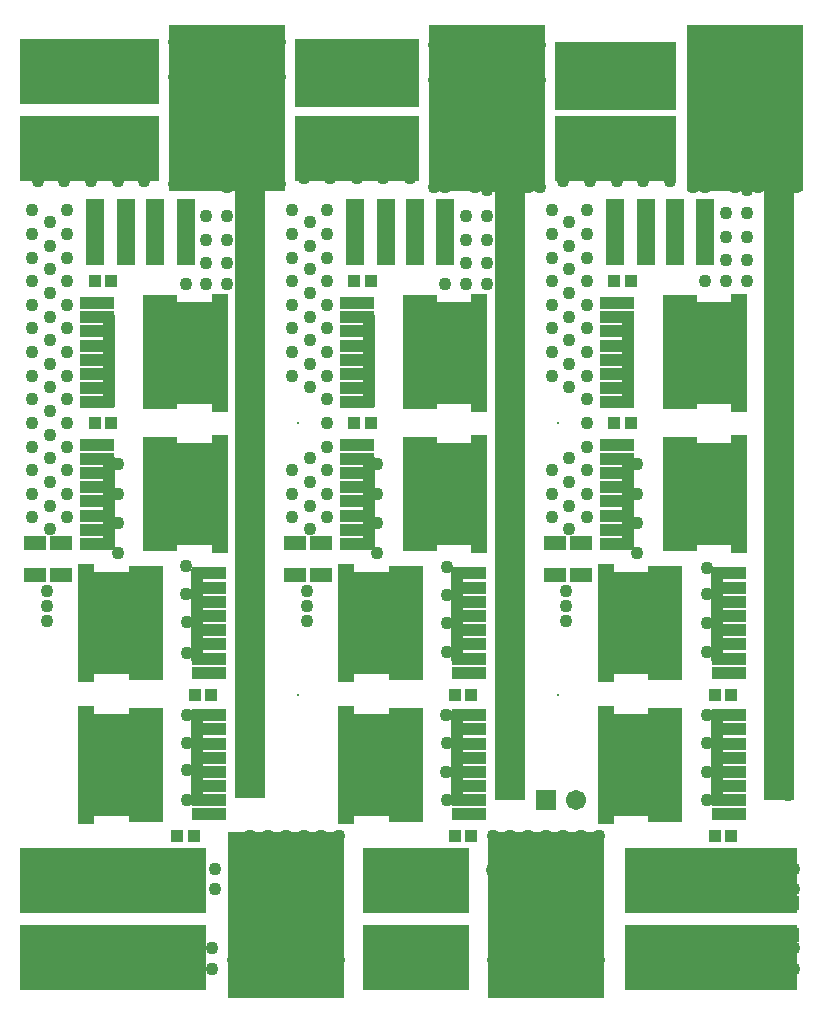
<source format=gts>
G04*
G04 #@! TF.GenerationSoftware,Altium Limited,Altium Designer,18.0.12 (696)*
G04*
G04 Layer_Color=8388736*
%FSLAX25Y25*%
%MOIN*%
G70*
G01*
G75*
%ADD10R,0.05906X0.22441*%
%ADD11R,0.06299X0.22441*%
%ADD12R,0.09843X2.02756*%
%ADD13R,0.09843X2.03740*%
%ADD14R,0.12205X0.34252*%
%ADD15R,0.11516X0.38287*%
%ADD16R,0.05610X0.39764*%
%ADD17R,0.03937X0.31102*%
%ADD18R,0.03937X0.31102*%
%ADD19R,0.03937X0.31102*%
%ADD20R,0.03937X0.31102*%
%ADD21R,0.07493X0.05131*%
%ADD22R,0.11800X0.03900*%
%ADD23R,0.03950X0.04343*%
%ADD24R,0.06706X0.06706*%
%ADD25C,0.06706*%
%ADD26R,0.38800X0.55800*%
%ADD27C,0.00800*%
%ADD28C,0.04300*%
G36*
X634842Y127953D02*
X577756D01*
Y149606D01*
X634842D01*
Y127953D01*
D02*
G37*
G36*
X525591D02*
X490158D01*
Y149606D01*
X525591D01*
Y127953D01*
D02*
G37*
G36*
X437992D02*
X375984D01*
Y149606D01*
X437992D01*
Y127953D01*
D02*
G37*
G36*
X634842Y102362D02*
X577756D01*
Y124016D01*
X634842D01*
Y102362D01*
D02*
G37*
G36*
X525591D02*
X490158D01*
Y124016D01*
X525591D01*
Y102362D01*
D02*
G37*
G36*
X437992D02*
X375984D01*
Y124016D01*
X437992D01*
Y102362D01*
D02*
G37*
G36*
X422244Y397638D02*
X375984D01*
X375984Y419291D01*
X422244D01*
X422244Y397638D01*
D02*
G37*
G36*
X508858Y396654D02*
X467520Y396654D01*
X467520Y419291D01*
X508858Y419291D01*
X508858Y396654D01*
D02*
G37*
G36*
X594488Y395669D02*
X554134Y395669D01*
X554134Y418307D01*
X594488Y418307D01*
X594488Y395669D01*
D02*
G37*
G36*
Y372047D02*
X554134D01*
Y393701D01*
X594488D01*
Y372047D01*
D02*
G37*
G36*
X508858D02*
X467520D01*
Y393701D01*
X508858D01*
Y372047D01*
D02*
G37*
G36*
X422244D02*
X375984D01*
Y393701D01*
X422244D01*
Y372047D01*
D02*
G37*
D10*
X584449Y354921D02*
D03*
X594291D02*
D03*
X574213D02*
D03*
X497835D02*
D03*
X507677D02*
D03*
X487598D02*
D03*
X400984D02*
D03*
X421063D02*
D03*
X411221D02*
D03*
D11*
X604331D02*
D03*
X517717D02*
D03*
X431102D02*
D03*
D12*
X452756Y267717D02*
D03*
D13*
X539370Y267224D02*
D03*
X628937D02*
D03*
D14*
X579626Y177362D02*
D03*
X607381Y314764D02*
D03*
X579626Y224606D02*
D03*
X607382Y267520D02*
D03*
X493012Y177362D02*
D03*
X520768Y314764D02*
D03*
X493012Y224606D02*
D03*
X520768Y267520D02*
D03*
X406398Y177362D02*
D03*
X434153Y314764D02*
D03*
X406398Y224607D02*
D03*
X434154Y267520D02*
D03*
D15*
X591092Y177313D02*
D03*
X595915Y314813D02*
D03*
X591092Y224557D02*
D03*
X595915Y267569D02*
D03*
X504478Y177313D02*
D03*
X509301Y314813D02*
D03*
X504478Y224557D02*
D03*
X509301Y267569D02*
D03*
X417864Y177313D02*
D03*
X422687Y314813D02*
D03*
X417864Y224557D02*
D03*
X422687Y267569D02*
D03*
D16*
X571309Y177362D02*
D03*
X615699Y314764D02*
D03*
X571310Y224606D02*
D03*
X615699Y267519D02*
D03*
X484695Y177362D02*
D03*
X529085Y314764D02*
D03*
X484695Y224606D02*
D03*
X529085Y267520D02*
D03*
X398080Y177362D02*
D03*
X442471Y314765D02*
D03*
X398081Y224606D02*
D03*
X442471Y267520D02*
D03*
D17*
X608268Y180118D02*
D03*
X492126Y312008D02*
D03*
X405512Y264764D02*
D03*
D18*
X578740Y312008D02*
D03*
X521654Y180118D02*
D03*
X435039Y227362D02*
D03*
D19*
X608268D02*
D03*
X492126Y264764D02*
D03*
X405512Y312008D02*
D03*
D20*
X578740Y264764D02*
D03*
X521654Y227362D02*
D03*
X435039Y180118D02*
D03*
D21*
X415354Y400984D02*
D03*
Y390354D02*
D03*
X472441Y400984D02*
D03*
Y390354D02*
D03*
X561024Y400984D02*
D03*
Y390354D02*
D03*
X482283Y400984D02*
D03*
Y390354D02*
D03*
X503937Y400984D02*
D03*
Y390354D02*
D03*
X584646Y131299D02*
D03*
Y120669D02*
D03*
X429134Y131299D02*
D03*
Y120669D02*
D03*
X417323Y131299D02*
D03*
Y120669D02*
D03*
X496063Y131299D02*
D03*
Y120669D02*
D03*
X519685Y131299D02*
D03*
Y120669D02*
D03*
X596457Y131299D02*
D03*
Y120669D02*
D03*
X590551Y400984D02*
D03*
Y390354D02*
D03*
X580709Y400984D02*
D03*
Y390354D02*
D03*
X570866Y400984D02*
D03*
Y390354D02*
D03*
X494095Y400984D02*
D03*
Y390354D02*
D03*
X405512Y400984D02*
D03*
Y390354D02*
D03*
X393701Y400984D02*
D03*
Y390354D02*
D03*
X383858Y400984D02*
D03*
Y390354D02*
D03*
X631890Y131299D02*
D03*
Y120669D02*
D03*
X620079Y131299D02*
D03*
Y120669D02*
D03*
X608268Y131299D02*
D03*
Y120669D02*
D03*
X507874Y131299D02*
D03*
Y120669D02*
D03*
X405512Y131299D02*
D03*
Y120669D02*
D03*
X393701Y131299D02*
D03*
Y120669D02*
D03*
X381890Y131299D02*
D03*
Y120669D02*
D03*
X554134Y240748D02*
D03*
Y251378D02*
D03*
X562992Y240748D02*
D03*
Y251378D02*
D03*
X467520Y240748D02*
D03*
Y251378D02*
D03*
X476378Y240748D02*
D03*
Y251378D02*
D03*
X380906Y240748D02*
D03*
Y251378D02*
D03*
X389764Y240748D02*
D03*
Y251378D02*
D03*
D22*
X494095Y224409D02*
D03*
X525591Y241142D02*
D03*
Y236417D02*
D03*
Y231693D02*
D03*
Y226969D02*
D03*
Y222244D02*
D03*
Y217520D02*
D03*
Y212795D02*
D03*
Y208071D02*
D03*
X519685Y267717D02*
D03*
X488189Y250984D02*
D03*
Y255709D02*
D03*
Y260433D02*
D03*
Y265158D02*
D03*
Y269882D02*
D03*
Y274606D02*
D03*
Y279331D02*
D03*
Y284055D02*
D03*
X494095Y177165D02*
D03*
X525591Y193898D02*
D03*
Y189173D02*
D03*
Y184449D02*
D03*
Y179724D02*
D03*
Y175000D02*
D03*
Y170276D02*
D03*
Y165551D02*
D03*
Y160827D02*
D03*
X519685Y314961D02*
D03*
X488189Y298228D02*
D03*
Y302953D02*
D03*
Y307677D02*
D03*
Y312402D02*
D03*
Y317126D02*
D03*
Y321850D02*
D03*
Y326575D02*
D03*
Y331299D02*
D03*
X580709Y224410D02*
D03*
X612205Y241142D02*
D03*
Y236417D02*
D03*
Y231693D02*
D03*
Y226969D02*
D03*
Y222244D02*
D03*
Y217520D02*
D03*
Y212795D02*
D03*
Y208071D02*
D03*
X606299Y267717D02*
D03*
X574803Y250984D02*
D03*
Y255709D02*
D03*
Y260433D02*
D03*
Y265158D02*
D03*
Y269882D02*
D03*
Y274606D02*
D03*
Y279331D02*
D03*
Y284055D02*
D03*
X580709Y177165D02*
D03*
X612205Y193898D02*
D03*
Y189173D02*
D03*
Y184449D02*
D03*
Y179724D02*
D03*
Y175000D02*
D03*
Y170276D02*
D03*
Y165551D02*
D03*
Y160827D02*
D03*
X606299Y314961D02*
D03*
X574803Y298228D02*
D03*
Y302953D02*
D03*
Y307677D02*
D03*
Y312402D02*
D03*
Y317126D02*
D03*
Y321850D02*
D03*
Y326575D02*
D03*
Y331299D02*
D03*
X407480Y224410D02*
D03*
X438976Y241142D02*
D03*
Y236417D02*
D03*
Y231693D02*
D03*
Y226969D02*
D03*
Y222244D02*
D03*
Y217520D02*
D03*
Y212795D02*
D03*
Y208071D02*
D03*
X433071Y267717D02*
D03*
X401575Y250984D02*
D03*
Y255709D02*
D03*
Y260433D02*
D03*
Y265158D02*
D03*
Y269882D02*
D03*
Y274606D02*
D03*
Y279331D02*
D03*
Y284055D02*
D03*
X407480Y177165D02*
D03*
X438976Y193898D02*
D03*
Y189173D02*
D03*
Y184449D02*
D03*
Y179724D02*
D03*
Y175000D02*
D03*
Y170276D02*
D03*
Y165551D02*
D03*
Y160827D02*
D03*
X433071Y314961D02*
D03*
X401575Y298228D02*
D03*
Y302953D02*
D03*
Y307677D02*
D03*
Y312402D02*
D03*
Y317126D02*
D03*
Y321850D02*
D03*
Y326575D02*
D03*
Y331299D02*
D03*
D23*
X526378Y200787D02*
D03*
X520866D02*
D03*
X487402Y291339D02*
D03*
X492913D02*
D03*
X526378Y153543D02*
D03*
X520866D02*
D03*
X487402Y338583D02*
D03*
X492913D02*
D03*
X612992Y200787D02*
D03*
X607480D02*
D03*
X574016Y291339D02*
D03*
X579528D02*
D03*
X612992Y153543D02*
D03*
X607480D02*
D03*
X574016Y338583D02*
D03*
X579528D02*
D03*
X439764Y200787D02*
D03*
X434252D02*
D03*
X400787Y291339D02*
D03*
X406299D02*
D03*
X433858Y153543D02*
D03*
X428346D02*
D03*
X400787Y338583D02*
D03*
X406299D02*
D03*
D24*
X551181Y165748D02*
D03*
D25*
X561181D02*
D03*
X488189Y405512D02*
D03*
Y385827D02*
D03*
X399606Y405512D02*
D03*
Y385827D02*
D03*
X614173Y135827D02*
D03*
Y116142D02*
D03*
X507874Y135827D02*
D03*
Y116142D02*
D03*
X574803Y405512D02*
D03*
Y385827D02*
D03*
X399606Y135827D02*
D03*
Y116142D02*
D03*
D26*
X464567Y127327D02*
D03*
X551181D02*
D03*
X531496Y396295D02*
D03*
X617717D02*
D03*
X444882D02*
D03*
D27*
X555118Y200787D02*
D03*
Y291339D02*
D03*
X468504D02*
D03*
Y200787D02*
D03*
D28*
X634646Y370079D02*
D03*
Y417323D02*
D03*
Y405905D02*
D03*
X603346Y403543D02*
D03*
X609252D02*
D03*
X632874D02*
D03*
X626968D02*
D03*
X453740Y404528D02*
D03*
X430118D02*
D03*
X436024D02*
D03*
X459646D02*
D03*
X447835D02*
D03*
X441929D02*
D03*
X540354Y403543D02*
D03*
X522638D02*
D03*
X516732D02*
D03*
X546260Y395669D02*
D03*
Y403543D02*
D03*
X528543Y404528D02*
D03*
X534449Y403543D02*
D03*
X621063D02*
D03*
X615158Y404528D02*
D03*
X634842Y387795D02*
D03*
X631890D02*
D03*
X618110Y369094D02*
D03*
X531496D02*
D03*
X444882Y370079D02*
D03*
X458661Y371063D02*
D03*
X431102D02*
D03*
X440945D02*
D03*
X448819D02*
D03*
X517717Y370079D02*
D03*
X545276D02*
D03*
X527559D02*
D03*
X535433D02*
D03*
X604331D02*
D03*
X631890D02*
D03*
X614173D02*
D03*
X622047D02*
D03*
X602362Y393701D02*
D03*
X600394Y390748D02*
D03*
X602362Y379921D02*
D03*
X600394Y386811D02*
D03*
Y382874D02*
D03*
X604331Y390748D02*
D03*
Y382874D02*
D03*
Y386811D02*
D03*
X632874Y394685D02*
D03*
Y380906D02*
D03*
X634842Y391732D02*
D03*
X630905D02*
D03*
X634842Y383858D02*
D03*
X630905D02*
D03*
X516732Y380906D02*
D03*
Y394685D02*
D03*
X546260Y381890D02*
D03*
X548495Y384569D02*
D03*
X548228Y388779D02*
D03*
Y392717D02*
D03*
X544291D02*
D03*
Y384842D02*
D03*
Y388779D02*
D03*
X514764Y391732D02*
D03*
Y383858D02*
D03*
Y387795D02*
D03*
X518701Y383858D02*
D03*
Y391732D02*
D03*
Y387795D02*
D03*
X459646Y395669D02*
D03*
Y381890D02*
D03*
X430118Y395669D02*
D03*
Y381890D02*
D03*
X428150Y384842D02*
D03*
Y388779D02*
D03*
Y392717D02*
D03*
X432087D02*
D03*
Y384842D02*
D03*
Y388779D02*
D03*
X457677Y392717D02*
D03*
X461614D02*
D03*
X457677Y388779D02*
D03*
X461614D02*
D03*
Y384842D02*
D03*
X457677D02*
D03*
X533400Y142300D02*
D03*
X534800Y135400D02*
D03*
X536700Y143600D02*
D03*
X535400Y139400D02*
D03*
X567500Y136400D02*
D03*
X568600Y143300D02*
D03*
X565000Y144100D02*
D03*
X566700Y140200D02*
D03*
X543100Y146100D02*
D03*
X558700Y146400D02*
D03*
X561400Y144100D02*
D03*
X563100Y141000D02*
D03*
X564000Y137500D02*
D03*
X564100Y134200D02*
D03*
X563100Y130700D02*
D03*
X561200Y127500D02*
D03*
X559000Y125100D02*
D03*
X555900Y123400D02*
D03*
X552200Y122900D02*
D03*
X548500D02*
D03*
X545400Y124100D02*
D03*
X542800Y125700D02*
D03*
X540600Y127900D02*
D03*
X538900Y130900D02*
D03*
X540400Y143800D02*
D03*
X538800Y140500D02*
D03*
X538100Y137000D02*
D03*
X448900Y138000D02*
D03*
X449800Y142000D02*
D03*
X479100Y142800D02*
D03*
X480500Y138600D02*
D03*
X480100Y134300D02*
D03*
X475500Y143100D02*
D03*
X477000Y140000D02*
D03*
X477600Y136400D02*
D03*
X448300Y133900D02*
D03*
X453300Y142200D02*
D03*
X452000Y138900D02*
D03*
X455400Y126400D02*
D03*
X453100Y129400D02*
D03*
X464400Y122400D02*
D03*
X460900Y123100D02*
D03*
X458000Y124400D02*
D03*
X451500Y132300D02*
D03*
Y135700D02*
D03*
X476000Y129500D02*
D03*
X473600Y126500D02*
D03*
X470600Y124300D02*
D03*
X467600Y123000D02*
D03*
X477300Y132600D02*
D03*
X538000Y133800D02*
D03*
X558071Y225394D02*
D03*
Y230315D02*
D03*
Y235236D02*
D03*
X471457Y225394D02*
D03*
Y230315D02*
D03*
Y235236D02*
D03*
X384842Y225394D02*
D03*
Y230315D02*
D03*
Y235236D02*
D03*
X524606Y337598D02*
D03*
X531496D02*
D03*
Y344488D02*
D03*
X524606D02*
D03*
X531496Y352362D02*
D03*
Y360236D02*
D03*
X517717Y337598D02*
D03*
X524606Y352362D02*
D03*
Y360236D02*
D03*
X437992Y337598D02*
D03*
X444882D02*
D03*
Y344488D02*
D03*
X437992D02*
D03*
X444882Y352362D02*
D03*
Y360236D02*
D03*
X431102Y337598D02*
D03*
X437992Y352362D02*
D03*
Y360236D02*
D03*
X611221Y361221D02*
D03*
Y353346D02*
D03*
X604331Y338583D02*
D03*
X618110Y361221D02*
D03*
Y353346D02*
D03*
X611221Y345472D02*
D03*
X618110D02*
D03*
Y338583D02*
D03*
X611221D02*
D03*
X633858Y135827D02*
D03*
X625984D02*
D03*
X633858Y142717D02*
D03*
X625984D02*
D03*
X618110D02*
D03*
X603346Y135827D02*
D03*
X595472D02*
D03*
X587598D02*
D03*
X579724D02*
D03*
X603346Y142717D02*
D03*
X595472D02*
D03*
X587598D02*
D03*
X579724D02*
D03*
X611221D02*
D03*
X579724Y116142D02*
D03*
X587598D02*
D03*
X595472D02*
D03*
X603346D02*
D03*
X579724Y109252D02*
D03*
X587598D02*
D03*
X595472D02*
D03*
X603346D02*
D03*
X625984Y116142D02*
D03*
X633858D02*
D03*
X610236Y109252D02*
D03*
X618110D02*
D03*
X625984D02*
D03*
X633858D02*
D03*
X418307Y142717D02*
D03*
X378937D02*
D03*
X386811D02*
D03*
X394685D02*
D03*
X402559D02*
D03*
X410433D02*
D03*
X378937Y135827D02*
D03*
X386811D02*
D03*
X394685D02*
D03*
X410433D02*
D03*
X425197Y142717D02*
D03*
X433071D02*
D03*
X440945D02*
D03*
X492126D02*
D03*
X500000D02*
D03*
X507874D02*
D03*
X515748D02*
D03*
X417323Y135827D02*
D03*
X425197D02*
D03*
X433071D02*
D03*
X440945D02*
D03*
X492126D02*
D03*
X500000D02*
D03*
X515748D02*
D03*
X523622D02*
D03*
Y142717D02*
D03*
X523622Y116142D02*
D03*
Y109252D02*
D03*
X600394Y370079D02*
D03*
X612205Y405512D02*
D03*
X606299D02*
D03*
X600394D02*
D03*
X618110D02*
D03*
X624016D02*
D03*
Y417323D02*
D03*
X618110D02*
D03*
X612205D02*
D03*
X606299D02*
D03*
X600394D02*
D03*
X629921Y405512D02*
D03*
Y417323D02*
D03*
X549213Y370079D02*
D03*
X513779D02*
D03*
X525591Y405512D02*
D03*
X519685D02*
D03*
X513779D02*
D03*
X531496D02*
D03*
X537402D02*
D03*
Y417323D02*
D03*
X531496D02*
D03*
X525591D02*
D03*
X519685D02*
D03*
X513779D02*
D03*
X543307Y405512D02*
D03*
X549213D02*
D03*
X543307Y417323D02*
D03*
X549213D02*
D03*
X462598Y371063D02*
D03*
X427165D02*
D03*
X438976Y406496D02*
D03*
X433071D02*
D03*
X427165D02*
D03*
X444882D02*
D03*
X450787D02*
D03*
Y418307D02*
D03*
X444882D02*
D03*
X438976D02*
D03*
X433071D02*
D03*
X427165D02*
D03*
X456693Y406496D02*
D03*
X462598D02*
D03*
X456693Y418307D02*
D03*
X462598D02*
D03*
X399606Y378937D02*
D03*
X488189D02*
D03*
X557087Y385827D02*
D03*
X565945D02*
D03*
X592520D02*
D03*
X583661D02*
D03*
X505905D02*
D03*
X497047D02*
D03*
X470472D02*
D03*
X479331D02*
D03*
X381890D02*
D03*
X390748D02*
D03*
X417323D02*
D03*
X408465D02*
D03*
X592520Y372047D02*
D03*
X574803D02*
D03*
X557087D02*
D03*
X592520Y380906D02*
D03*
X574803Y377953D02*
D03*
X557087Y380906D02*
D03*
X583661D02*
D03*
X565945D02*
D03*
X583661Y372047D02*
D03*
X565945D02*
D03*
X505905Y373031D02*
D03*
X488189D02*
D03*
X470472D02*
D03*
X505905Y381890D02*
D03*
X470472D02*
D03*
X497047D02*
D03*
X479331D02*
D03*
X497047Y373031D02*
D03*
X479331D02*
D03*
X417323Y372047D02*
D03*
X399606D02*
D03*
X381890D02*
D03*
X417323Y380906D02*
D03*
X381890D02*
D03*
X408465D02*
D03*
X390748D02*
D03*
X408465Y372047D02*
D03*
X390748D02*
D03*
X592520Y405512D02*
D03*
X557087D02*
D03*
Y414370D02*
D03*
X574803D02*
D03*
X592520D02*
D03*
X583661Y405512D02*
D03*
X565945D02*
D03*
X583661Y414370D02*
D03*
X565945D02*
D03*
X505905Y405512D02*
D03*
X470472D02*
D03*
Y414370D02*
D03*
X488189D02*
D03*
X505905D02*
D03*
X497047Y405512D02*
D03*
X479331D02*
D03*
X497047Y414370D02*
D03*
X479331D02*
D03*
X390748D02*
D03*
X408465D02*
D03*
X390748Y405512D02*
D03*
X408465D02*
D03*
X417323Y414370D02*
D03*
X399606D02*
D03*
X381890D02*
D03*
X515748Y109252D02*
D03*
X507874D02*
D03*
X500000D02*
D03*
X492126D02*
D03*
X439961D02*
D03*
X432087D02*
D03*
X424213D02*
D03*
X416339D02*
D03*
X515748Y116142D02*
D03*
X500000D02*
D03*
X492126D02*
D03*
X439961D02*
D03*
X432087D02*
D03*
X424213D02*
D03*
X409449Y109252D02*
D03*
X401575D02*
D03*
X393701D02*
D03*
X385827D02*
D03*
X377953D02*
D03*
X409449Y116142D02*
D03*
X393701D02*
D03*
X385827D02*
D03*
X377953D02*
D03*
X417323D02*
D03*
X381890Y405512D02*
D03*
X417323D02*
D03*
X631890Y268701D02*
D03*
Y363189D02*
D03*
Y355315D02*
D03*
Y347441D02*
D03*
Y339567D02*
D03*
Y331693D02*
D03*
Y323819D02*
D03*
Y315945D02*
D03*
Y308071D02*
D03*
Y300197D02*
D03*
Y292323D02*
D03*
Y284449D02*
D03*
Y276575D02*
D03*
X625984Y359252D02*
D03*
Y351378D02*
D03*
Y343504D02*
D03*
Y335630D02*
D03*
Y327756D02*
D03*
Y319882D02*
D03*
Y312008D02*
D03*
Y304134D02*
D03*
Y296260D02*
D03*
Y288386D02*
D03*
Y280512D02*
D03*
Y272638D02*
D03*
X631890Y261811D02*
D03*
Y253937D02*
D03*
Y246063D02*
D03*
Y238189D02*
D03*
Y230315D02*
D03*
Y222441D02*
D03*
Y214567D02*
D03*
Y206693D02*
D03*
Y198819D02*
D03*
Y190945D02*
D03*
Y183071D02*
D03*
Y175197D02*
D03*
Y167323D02*
D03*
X625984Y265748D02*
D03*
Y257874D02*
D03*
Y250000D02*
D03*
Y242126D02*
D03*
Y234252D02*
D03*
Y226378D02*
D03*
Y218504D02*
D03*
Y210630D02*
D03*
Y202756D02*
D03*
Y194882D02*
D03*
Y187008D02*
D03*
Y179134D02*
D03*
Y171260D02*
D03*
X542323Y269685D02*
D03*
Y364173D02*
D03*
Y356299D02*
D03*
Y348425D02*
D03*
Y340551D02*
D03*
Y332677D02*
D03*
Y324803D02*
D03*
Y316929D02*
D03*
Y309055D02*
D03*
Y301181D02*
D03*
Y277559D02*
D03*
X536417Y360236D02*
D03*
Y352362D02*
D03*
Y344488D02*
D03*
Y336614D02*
D03*
Y328740D02*
D03*
Y320866D02*
D03*
Y312992D02*
D03*
Y305118D02*
D03*
Y281496D02*
D03*
Y273622D02*
D03*
X542323Y262795D02*
D03*
Y254921D02*
D03*
Y239173D02*
D03*
Y231299D02*
D03*
Y223425D02*
D03*
Y215551D02*
D03*
Y207677D02*
D03*
Y199803D02*
D03*
Y191929D02*
D03*
Y184055D02*
D03*
Y176181D02*
D03*
Y168307D02*
D03*
X536417Y266732D02*
D03*
Y258858D02*
D03*
Y243110D02*
D03*
Y235236D02*
D03*
Y227362D02*
D03*
Y219488D02*
D03*
Y211614D02*
D03*
Y203740D02*
D03*
Y195866D02*
D03*
Y187992D02*
D03*
Y180118D02*
D03*
Y172244D02*
D03*
X449803D02*
D03*
Y180118D02*
D03*
Y187992D02*
D03*
Y195866D02*
D03*
Y203740D02*
D03*
Y211614D02*
D03*
Y219488D02*
D03*
Y227362D02*
D03*
Y235236D02*
D03*
Y243110D02*
D03*
Y258858D02*
D03*
Y266732D02*
D03*
X455709Y168307D02*
D03*
Y176181D02*
D03*
Y184055D02*
D03*
Y191929D02*
D03*
Y199803D02*
D03*
Y207677D02*
D03*
Y215551D02*
D03*
Y223425D02*
D03*
Y231299D02*
D03*
Y239173D02*
D03*
Y254921D02*
D03*
Y262795D02*
D03*
X449803Y273622D02*
D03*
Y281496D02*
D03*
Y305118D02*
D03*
Y312992D02*
D03*
Y320866D02*
D03*
Y328740D02*
D03*
Y336614D02*
D03*
Y344488D02*
D03*
Y352362D02*
D03*
Y360236D02*
D03*
X455709Y277559D02*
D03*
Y301181D02*
D03*
Y309055D02*
D03*
Y316929D02*
D03*
Y324803D02*
D03*
Y332677D02*
D03*
Y340551D02*
D03*
Y348425D02*
D03*
Y356299D02*
D03*
Y364173D02*
D03*
Y269685D02*
D03*
X553150Y259842D02*
D03*
Y267717D02*
D03*
Y275590D02*
D03*
Y307087D02*
D03*
Y314961D02*
D03*
Y322835D02*
D03*
Y330709D02*
D03*
Y338583D02*
D03*
Y346457D02*
D03*
Y354331D02*
D03*
Y362205D02*
D03*
X559055Y263779D02*
D03*
Y271654D02*
D03*
Y279528D02*
D03*
Y303150D02*
D03*
Y311024D02*
D03*
Y318898D02*
D03*
Y326772D02*
D03*
Y334646D02*
D03*
Y342520D02*
D03*
Y350394D02*
D03*
Y358268D02*
D03*
X564961Y362205D02*
D03*
Y354331D02*
D03*
Y346457D02*
D03*
Y338583D02*
D03*
Y330709D02*
D03*
Y322835D02*
D03*
Y314961D02*
D03*
Y307087D02*
D03*
Y299213D02*
D03*
Y291339D02*
D03*
Y283465D02*
D03*
Y275590D02*
D03*
Y267717D02*
D03*
Y259842D02*
D03*
X559055Y255906D02*
D03*
X478346Y362205D02*
D03*
X466535D02*
D03*
Y259842D02*
D03*
Y267717D02*
D03*
Y275590D02*
D03*
Y307087D02*
D03*
Y314961D02*
D03*
Y322835D02*
D03*
Y330709D02*
D03*
Y338583D02*
D03*
Y346457D02*
D03*
Y354331D02*
D03*
X472441Y263779D02*
D03*
Y271654D02*
D03*
Y279528D02*
D03*
Y303150D02*
D03*
Y311024D02*
D03*
Y318898D02*
D03*
Y326772D02*
D03*
Y334646D02*
D03*
Y342520D02*
D03*
Y350394D02*
D03*
Y358268D02*
D03*
X478346Y354331D02*
D03*
Y346457D02*
D03*
Y338583D02*
D03*
Y330709D02*
D03*
Y322835D02*
D03*
Y314961D02*
D03*
Y307087D02*
D03*
Y299213D02*
D03*
Y291339D02*
D03*
Y283465D02*
D03*
Y275590D02*
D03*
Y267717D02*
D03*
Y259842D02*
D03*
X472441Y255906D02*
D03*
X604800Y194100D02*
D03*
Y184600D02*
D03*
Y175100D02*
D03*
Y165500D02*
D03*
X518200Y165600D02*
D03*
X518100Y174900D02*
D03*
X518200Y184500D02*
D03*
X518100Y194100D02*
D03*
X431600Y214800D02*
D03*
Y224900D02*
D03*
X431400Y234200D02*
D03*
Y243500D02*
D03*
X431600Y165800D02*
D03*
Y175600D02*
D03*
Y184600D02*
D03*
Y194100D02*
D03*
X518200Y215100D02*
D03*
Y224700D02*
D03*
Y233900D02*
D03*
Y243400D02*
D03*
X604800Y224600D02*
D03*
Y215100D02*
D03*
Y234200D02*
D03*
Y242900D02*
D03*
X580709Y190945D02*
D03*
Y163386D02*
D03*
X593504Y177165D02*
D03*
Y170276D02*
D03*
Y184055D02*
D03*
Y190945D02*
D03*
Y163386D02*
D03*
X587598Y170276D02*
D03*
Y177165D02*
D03*
Y184055D02*
D03*
Y190945D02*
D03*
Y163386D02*
D03*
X580709Y170276D02*
D03*
Y177165D02*
D03*
Y184055D02*
D03*
X573819D02*
D03*
Y177165D02*
D03*
Y170276D02*
D03*
Y190945D02*
D03*
Y163386D02*
D03*
X606299Y301181D02*
D03*
Y328740D02*
D03*
X593504Y314961D02*
D03*
Y321850D02*
D03*
Y308071D02*
D03*
Y301181D02*
D03*
Y328740D02*
D03*
X599409Y321850D02*
D03*
Y314961D02*
D03*
Y308071D02*
D03*
Y301181D02*
D03*
Y328740D02*
D03*
X606299Y321850D02*
D03*
Y314961D02*
D03*
Y308071D02*
D03*
X613189D02*
D03*
Y314961D02*
D03*
Y321850D02*
D03*
Y301181D02*
D03*
Y328740D02*
D03*
X580709Y238189D02*
D03*
Y210630D02*
D03*
X593504Y224410D02*
D03*
Y217520D02*
D03*
Y231299D02*
D03*
Y238189D02*
D03*
Y210630D02*
D03*
X587598Y217520D02*
D03*
Y224410D02*
D03*
Y231299D02*
D03*
Y238189D02*
D03*
Y210630D02*
D03*
X580709Y217520D02*
D03*
Y224410D02*
D03*
Y231299D02*
D03*
X573819D02*
D03*
Y224410D02*
D03*
Y217520D02*
D03*
Y238189D02*
D03*
Y210630D02*
D03*
X606299Y253937D02*
D03*
Y281496D02*
D03*
X593504Y267717D02*
D03*
Y274606D02*
D03*
Y260827D02*
D03*
Y253937D02*
D03*
Y281496D02*
D03*
X599409Y274606D02*
D03*
Y267717D02*
D03*
Y260827D02*
D03*
Y253937D02*
D03*
Y281496D02*
D03*
X606299Y274606D02*
D03*
Y267717D02*
D03*
Y260827D02*
D03*
X613189D02*
D03*
Y267717D02*
D03*
Y274606D02*
D03*
Y253937D02*
D03*
Y281496D02*
D03*
X494095Y190945D02*
D03*
Y163386D02*
D03*
X506890Y177165D02*
D03*
Y170276D02*
D03*
Y184055D02*
D03*
Y190945D02*
D03*
Y163386D02*
D03*
X500984Y170276D02*
D03*
Y177165D02*
D03*
Y184055D02*
D03*
Y190945D02*
D03*
Y163386D02*
D03*
X494095Y170276D02*
D03*
Y177165D02*
D03*
Y184055D02*
D03*
X487205D02*
D03*
Y177165D02*
D03*
Y170276D02*
D03*
Y190945D02*
D03*
Y163386D02*
D03*
X519685Y301181D02*
D03*
Y328740D02*
D03*
X506890Y314961D02*
D03*
Y321850D02*
D03*
Y308071D02*
D03*
Y301181D02*
D03*
Y328740D02*
D03*
X512795Y321850D02*
D03*
Y314961D02*
D03*
Y308071D02*
D03*
Y301181D02*
D03*
Y328740D02*
D03*
X519685Y321850D02*
D03*
Y314961D02*
D03*
Y308071D02*
D03*
X526575D02*
D03*
Y314961D02*
D03*
Y321850D02*
D03*
Y301181D02*
D03*
Y328740D02*
D03*
X494095Y238189D02*
D03*
Y210630D02*
D03*
X506890Y224410D02*
D03*
Y217520D02*
D03*
Y231299D02*
D03*
Y238189D02*
D03*
Y210630D02*
D03*
X500984Y217520D02*
D03*
Y224409D02*
D03*
Y231299D02*
D03*
Y238189D02*
D03*
Y210630D02*
D03*
X494095Y217520D02*
D03*
Y224409D02*
D03*
Y231299D02*
D03*
X487205D02*
D03*
Y224409D02*
D03*
Y217520D02*
D03*
Y238189D02*
D03*
Y210630D02*
D03*
X519685Y253937D02*
D03*
Y281496D02*
D03*
X506890Y267717D02*
D03*
Y274606D02*
D03*
Y260827D02*
D03*
Y253937D02*
D03*
Y281496D02*
D03*
X512795Y274606D02*
D03*
Y267717D02*
D03*
Y260827D02*
D03*
Y253937D02*
D03*
Y281496D02*
D03*
X519685Y274606D02*
D03*
Y267717D02*
D03*
Y260827D02*
D03*
X526575D02*
D03*
Y267717D02*
D03*
Y274606D02*
D03*
Y253937D02*
D03*
Y281496D02*
D03*
X407480Y190945D02*
D03*
Y163386D02*
D03*
X420276Y177165D02*
D03*
Y170276D02*
D03*
Y184055D02*
D03*
Y190945D02*
D03*
Y163386D02*
D03*
X414370Y170276D02*
D03*
Y177165D02*
D03*
Y184055D02*
D03*
Y190945D02*
D03*
Y163386D02*
D03*
X407480Y170276D02*
D03*
Y177165D02*
D03*
Y184055D02*
D03*
X400591D02*
D03*
Y177165D02*
D03*
Y170276D02*
D03*
Y190945D02*
D03*
Y163386D02*
D03*
X433071Y301181D02*
D03*
Y328740D02*
D03*
X420276Y314961D02*
D03*
Y321850D02*
D03*
Y308071D02*
D03*
Y301181D02*
D03*
Y328740D02*
D03*
X426181Y321850D02*
D03*
Y314961D02*
D03*
Y308071D02*
D03*
Y301181D02*
D03*
Y328740D02*
D03*
X433071Y321850D02*
D03*
Y314961D02*
D03*
Y308071D02*
D03*
X439961D02*
D03*
Y314961D02*
D03*
Y321850D02*
D03*
Y301181D02*
D03*
Y328740D02*
D03*
X407480Y238189D02*
D03*
Y210630D02*
D03*
X420276Y224410D02*
D03*
Y217520D02*
D03*
Y231299D02*
D03*
Y238189D02*
D03*
Y210630D02*
D03*
X414370Y217520D02*
D03*
Y224410D02*
D03*
Y231299D02*
D03*
Y238189D02*
D03*
Y210630D02*
D03*
X407480Y217520D02*
D03*
Y224410D02*
D03*
Y231299D02*
D03*
X400591D02*
D03*
Y224410D02*
D03*
Y217520D02*
D03*
Y238189D02*
D03*
Y210630D02*
D03*
X433071Y253937D02*
D03*
Y281496D02*
D03*
X420276Y267717D02*
D03*
Y274606D02*
D03*
Y260827D02*
D03*
Y253937D02*
D03*
Y281496D02*
D03*
X426181Y274606D02*
D03*
Y267717D02*
D03*
Y260827D02*
D03*
Y253937D02*
D03*
Y281496D02*
D03*
X433071Y274606D02*
D03*
Y267717D02*
D03*
Y260827D02*
D03*
X439961D02*
D03*
Y267717D02*
D03*
Y274606D02*
D03*
Y253937D02*
D03*
Y281496D02*
D03*
X474409Y102362D02*
D03*
X480315D02*
D03*
X468504D02*
D03*
X462598D02*
D03*
X456693D02*
D03*
X450787D02*
D03*
X446850Y112205D02*
D03*
X452756D02*
D03*
X458661D02*
D03*
X464567D02*
D03*
X470472D02*
D03*
X482283D02*
D03*
X476378D02*
D03*
X482283Y153543D02*
D03*
X476378D02*
D03*
X470472D02*
D03*
X464567D02*
D03*
X458661D02*
D03*
X452756D02*
D03*
X566929Y102362D02*
D03*
X561024D02*
D03*
X555118D02*
D03*
X549213D02*
D03*
X543307D02*
D03*
X537402D02*
D03*
X551181Y112205D02*
D03*
X539370D02*
D03*
X533465D02*
D03*
X545276D02*
D03*
X557087D02*
D03*
X562992D02*
D03*
X568898D02*
D03*
Y153543D02*
D03*
X562992D02*
D03*
X557087D02*
D03*
X551181D02*
D03*
X545276D02*
D03*
X539370D02*
D03*
X533465D02*
D03*
X385827Y255906D02*
D03*
X391732Y259842D02*
D03*
Y267717D02*
D03*
Y275590D02*
D03*
Y283465D02*
D03*
Y291339D02*
D03*
Y299213D02*
D03*
Y307087D02*
D03*
Y314961D02*
D03*
Y322835D02*
D03*
Y330709D02*
D03*
Y338583D02*
D03*
Y346457D02*
D03*
Y354331D02*
D03*
Y362205D02*
D03*
X385827Y358268D02*
D03*
Y350394D02*
D03*
Y342520D02*
D03*
Y334646D02*
D03*
Y326772D02*
D03*
Y318898D02*
D03*
Y311024D02*
D03*
Y303150D02*
D03*
Y295276D02*
D03*
Y287402D02*
D03*
Y279528D02*
D03*
Y271654D02*
D03*
Y263779D02*
D03*
X379921Y362205D02*
D03*
Y354331D02*
D03*
Y346457D02*
D03*
Y338583D02*
D03*
Y330709D02*
D03*
Y322835D02*
D03*
Y314961D02*
D03*
Y307087D02*
D03*
Y299213D02*
D03*
Y291339D02*
D03*
Y283465D02*
D03*
Y275590D02*
D03*
Y267717D02*
D03*
Y259842D02*
D03*
X408465Y248031D02*
D03*
X495079Y257874D02*
D03*
Y248031D02*
D03*
X581693D02*
D03*
Y277559D02*
D03*
Y267717D02*
D03*
Y257874D02*
D03*
X408465Y277559D02*
D03*
Y267717D02*
D03*
Y257874D02*
D03*
X495079Y277559D02*
D03*
Y267717D02*
D03*
M02*

</source>
